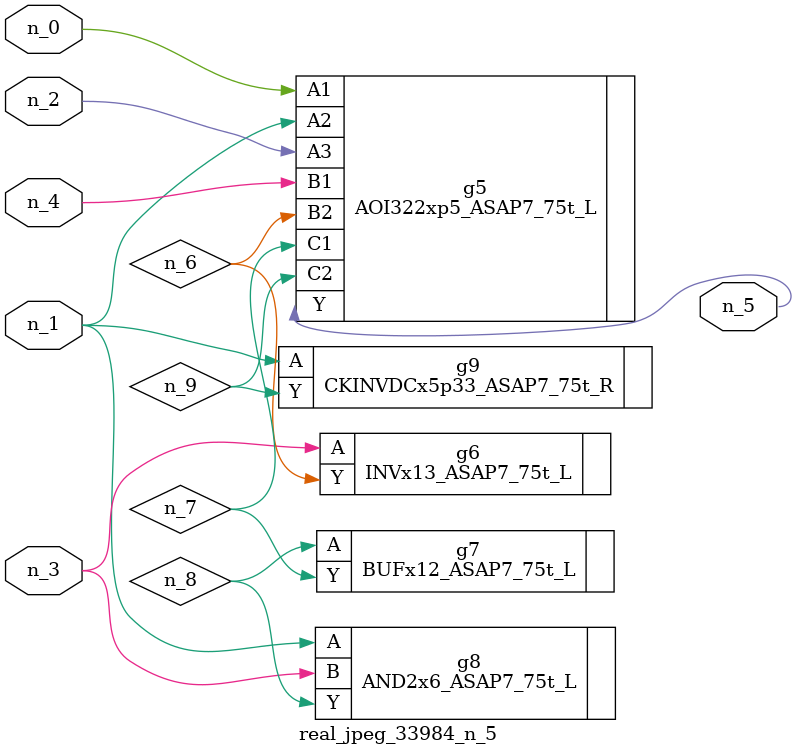
<source format=v>
module real_jpeg_33984_n_5 (n_4, n_0, n_1, n_2, n_3, n_5);

input n_4;
input n_0;
input n_1;
input n_2;
input n_3;

output n_5;

wire n_8;
wire n_6;
wire n_7;
wire n_9;

AOI322xp5_ASAP7_75t_L g5 ( 
.A1(n_0),
.A2(n_1),
.A3(n_2),
.B1(n_4),
.B2(n_6),
.C1(n_7),
.C2(n_9),
.Y(n_5)
);

AND2x6_ASAP7_75t_L g8 ( 
.A(n_1),
.B(n_3),
.Y(n_8)
);

CKINVDCx5p33_ASAP7_75t_R g9 ( 
.A(n_1),
.Y(n_9)
);

INVx13_ASAP7_75t_L g6 ( 
.A(n_3),
.Y(n_6)
);

BUFx12_ASAP7_75t_L g7 ( 
.A(n_8),
.Y(n_7)
);


endmodule
</source>
